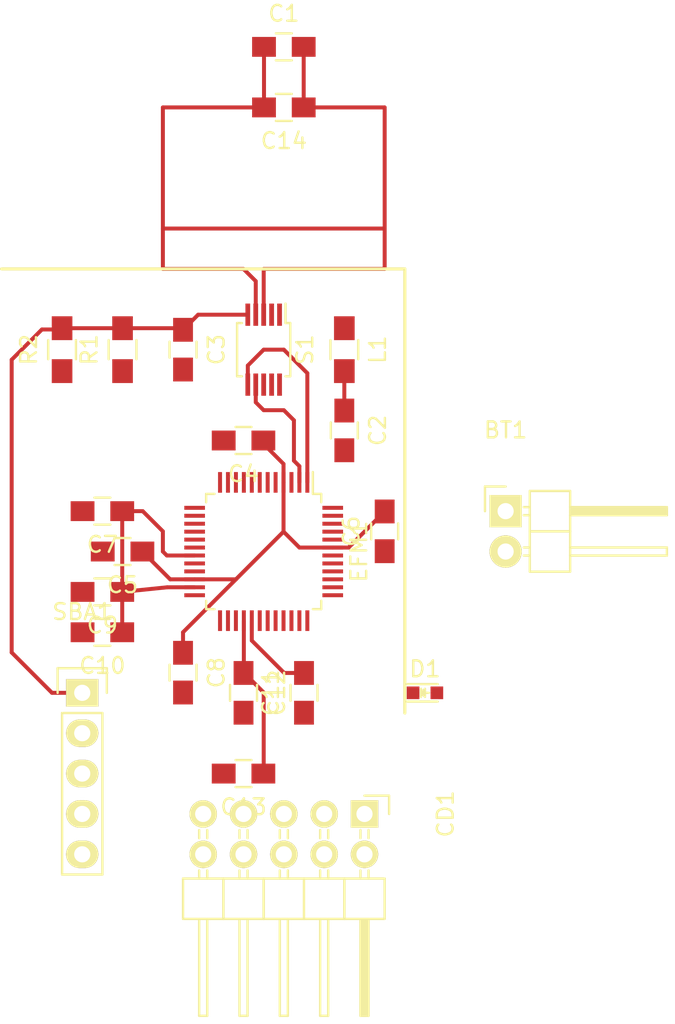
<source format=kicad_pcb>
(kicad_pcb (version 4) (host pcbnew 4.0.4-1.fc25-product)

  (general
    (links 61)
    (no_connects 37)
    (area 135.789999 65.505 178.515001 130.265001)
    (thickness 1.6)
    (drawings 2)
    (tracks 66)
    (zones 0)
    (modules 23)
    (nets 12)
  )

  (page A4)
  (layers
    (0 F.Cu signal)
    (31 B.Cu signal)
    (32 B.Adhes user)
    (33 F.Adhes user)
    (34 B.Paste user)
    (35 F.Paste user)
    (36 B.SilkS user)
    (37 F.SilkS user)
    (38 B.Mask user)
    (39 F.Mask user)
    (40 Dwgs.User user)
    (41 Cmts.User user)
    (42 Eco1.User user)
    (43 Eco2.User user)
    (44 Edge.Cuts user)
    (45 Margin user)
    (46 B.CrtYd user)
    (47 F.CrtYd user)
    (48 B.Fab user)
    (49 F.Fab user)
  )

  (setup
    (last_trace_width 0.25)
    (trace_clearance 0.2)
    (zone_clearance 0.508)
    (zone_45_only no)
    (trace_min 0.2)
    (segment_width 0.2)
    (edge_width 0.15)
    (via_size 0.6)
    (via_drill 0.4)
    (via_min_size 0.4)
    (via_min_drill 0.3)
    (uvia_size 0.3)
    (uvia_drill 0.1)
    (uvias_allowed no)
    (uvia_min_size 0.2)
    (uvia_min_drill 0.1)
    (pcb_text_width 0.3)
    (pcb_text_size 1.5 1.5)
    (mod_edge_width 0.15)
    (mod_text_size 1 1)
    (mod_text_width 0.15)
    (pad_size 1.524 1.524)
    (pad_drill 0.762)
    (pad_to_mask_clearance 0.2)
    (aux_axis_origin 0 0)
    (visible_elements FFFFFF7F)
    (pcbplotparams
      (layerselection 0x00030_80000001)
      (usegerberextensions false)
      (excludeedgelayer true)
      (linewidth 0.100000)
      (plotframeref false)
      (viasonmask false)
      (mode 1)
      (useauxorigin false)
      (hpglpennumber 1)
      (hpglpenspeed 20)
      (hpglpendiameter 15)
      (hpglpenoverlay 2)
      (psnegative false)
      (psa4output false)
      (plotreference true)
      (plotvalue true)
      (plotinvisibletext false)
      (padsonsilk false)
      (subtractmaskfromsilk false)
      (outputformat 1)
      (mirror false)
      (drillshape 1)
      (scaleselection 1)
      (outputdirectory ""))
  )

  (net 0 "")
  (net 1 +3V3)
  (net 2 GND)
  (net 3 "Net-(C1-Pad1)")
  (net 4 "Net-(C11-Pad2)")
  (net 5 /SWDIO)
  (net 6 /SWCLK)
  (net 7 /SWO)
  (net 8 /~RESET)
  (net 9 "Net-(D1-Pad1)")
  (net 10 /SDA)
  (net 11 /SCL)

  (net_class Default "This is the default net class."
    (clearance 0.2)
    (trace_width 0.25)
    (via_dia 0.6)
    (via_drill 0.4)
    (uvia_dia 0.3)
    (uvia_drill 0.1)
    (add_net +3V3)
    (add_net /SCL)
    (add_net /SDA)
    (add_net /SWCLK)
    (add_net /SWDIO)
    (add_net /SWO)
    (add_net /~RESET)
    (add_net GND)
    (add_net "Net-(C1-Pad1)")
    (add_net "Net-(C11-Pad2)")
    (add_net "Net-(D1-Pad1)")
  )

  (module Pin_Headers:Pin_Header_Angled_1x02 (layer F.Cu) (tedit 0) (tstamp 5885980A)
    (at 167.64 97.79)
    (descr "Through hole pin header")
    (tags "pin header")
    (path /5877E2B9)
    (fp_text reference BT1 (at 0 -5.1) (layer F.SilkS)
      (effects (font (size 1 1) (thickness 0.15)))
    )
    (fp_text value CR2032 (at 0 -3.1) (layer F.Fab)
      (effects (font (size 1 1) (thickness 0.15)))
    )
    (fp_line (start -1.5 -1.75) (end -1.5 4.3) (layer F.CrtYd) (width 0.05))
    (fp_line (start 10.65 -1.75) (end 10.65 4.3) (layer F.CrtYd) (width 0.05))
    (fp_line (start -1.5 -1.75) (end 10.65 -1.75) (layer F.CrtYd) (width 0.05))
    (fp_line (start -1.5 4.3) (end 10.65 4.3) (layer F.CrtYd) (width 0.05))
    (fp_line (start -1.3 -1.55) (end -1.3 0) (layer F.SilkS) (width 0.15))
    (fp_line (start 0 -1.55) (end -1.3 -1.55) (layer F.SilkS) (width 0.15))
    (fp_line (start 4.191 -0.127) (end 10.033 -0.127) (layer F.SilkS) (width 0.15))
    (fp_line (start 10.033 -0.127) (end 10.033 0.127) (layer F.SilkS) (width 0.15))
    (fp_line (start 10.033 0.127) (end 4.191 0.127) (layer F.SilkS) (width 0.15))
    (fp_line (start 4.191 0.127) (end 4.191 0) (layer F.SilkS) (width 0.15))
    (fp_line (start 4.191 0) (end 10.033 0) (layer F.SilkS) (width 0.15))
    (fp_line (start 1.524 -0.254) (end 1.143 -0.254) (layer F.SilkS) (width 0.15))
    (fp_line (start 1.524 0.254) (end 1.143 0.254) (layer F.SilkS) (width 0.15))
    (fp_line (start 1.524 2.286) (end 1.143 2.286) (layer F.SilkS) (width 0.15))
    (fp_line (start 1.524 2.794) (end 1.143 2.794) (layer F.SilkS) (width 0.15))
    (fp_line (start 1.524 -1.27) (end 4.064 -1.27) (layer F.SilkS) (width 0.15))
    (fp_line (start 1.524 1.27) (end 4.064 1.27) (layer F.SilkS) (width 0.15))
    (fp_line (start 1.524 1.27) (end 1.524 3.81) (layer F.SilkS) (width 0.15))
    (fp_line (start 1.524 3.81) (end 4.064 3.81) (layer F.SilkS) (width 0.15))
    (fp_line (start 4.064 2.286) (end 10.16 2.286) (layer F.SilkS) (width 0.15))
    (fp_line (start 10.16 2.286) (end 10.16 2.794) (layer F.SilkS) (width 0.15))
    (fp_line (start 10.16 2.794) (end 4.064 2.794) (layer F.SilkS) (width 0.15))
    (fp_line (start 4.064 3.81) (end 4.064 1.27) (layer F.SilkS) (width 0.15))
    (fp_line (start 4.064 1.27) (end 4.064 -1.27) (layer F.SilkS) (width 0.15))
    (fp_line (start 10.16 0.254) (end 4.064 0.254) (layer F.SilkS) (width 0.15))
    (fp_line (start 10.16 -0.254) (end 10.16 0.254) (layer F.SilkS) (width 0.15))
    (fp_line (start 4.064 -0.254) (end 10.16 -0.254) (layer F.SilkS) (width 0.15))
    (fp_line (start 1.524 1.27) (end 4.064 1.27) (layer F.SilkS) (width 0.15))
    (fp_line (start 1.524 -1.27) (end 1.524 1.27) (layer F.SilkS) (width 0.15))
    (pad 1 thru_hole rect (at 0 0) (size 2.032 2.032) (drill 1.016) (layers *.Cu *.Mask F.SilkS)
      (net 1 +3V3))
    (pad 2 thru_hole oval (at 0 2.54) (size 2.032 2.032) (drill 1.016) (layers *.Cu *.Mask F.SilkS)
      (net 2 GND))
    (model Pin_Headers.3dshapes/Pin_Header_Angled_1x02.wrl
      (at (xyz 0 -0.05 0))
      (scale (xyz 1 1 1))
      (rotate (xyz 0 0 90))
    )
  )

  (module Pin_Headers:Pin_Header_Angled_2x05 (layer F.Cu) (tedit 0) (tstamp 5885986C)
    (at 158.75 116.84 270)
    (descr "Through hole pin header")
    (tags "pin header")
    (path /58832D91)
    (fp_text reference CD1 (at 0 -5.1 270) (layer F.SilkS)
      (effects (font (size 1 1) (thickness 0.15)))
    )
    (fp_text value CortexDebug (at 0 -3.1 270) (layer F.Fab)
      (effects (font (size 1 1) (thickness 0.15)))
    )
    (fp_line (start -1.35 -1.75) (end -1.35 11.95) (layer F.CrtYd) (width 0.05))
    (fp_line (start 13.2 -1.75) (end 13.2 11.95) (layer F.CrtYd) (width 0.05))
    (fp_line (start -1.35 -1.75) (end 13.2 -1.75) (layer F.CrtYd) (width 0.05))
    (fp_line (start -1.35 11.95) (end 13.2 11.95) (layer F.CrtYd) (width 0.05))
    (fp_line (start 1.524 10.414) (end 1.016 10.414) (layer F.SilkS) (width 0.15))
    (fp_line (start 1.524 9.906) (end 1.016 9.906) (layer F.SilkS) (width 0.15))
    (fp_line (start 1.524 7.874) (end 1.016 7.874) (layer F.SilkS) (width 0.15))
    (fp_line (start 1.524 7.366) (end 1.016 7.366) (layer F.SilkS) (width 0.15))
    (fp_line (start 1.524 -0.254) (end 1.016 -0.254) (layer F.SilkS) (width 0.15))
    (fp_line (start 1.524 0.254) (end 1.016 0.254) (layer F.SilkS) (width 0.15))
    (fp_line (start 1.524 5.334) (end 1.016 5.334) (layer F.SilkS) (width 0.15))
    (fp_line (start 1.524 4.826) (end 1.016 4.826) (layer F.SilkS) (width 0.15))
    (fp_line (start 1.524 2.794) (end 1.016 2.794) (layer F.SilkS) (width 0.15))
    (fp_line (start 1.524 2.286) (end 1.016 2.286) (layer F.SilkS) (width 0.15))
    (fp_line (start 4.064 10.414) (end 3.556 10.414) (layer F.SilkS) (width 0.15))
    (fp_line (start 4.064 9.906) (end 3.556 9.906) (layer F.SilkS) (width 0.15))
    (fp_line (start 4.064 -0.254) (end 3.556 -0.254) (layer F.SilkS) (width 0.15))
    (fp_line (start 4.064 0.254) (end 3.556 0.254) (layer F.SilkS) (width 0.15))
    (fp_line (start 4.064 2.286) (end 3.556 2.286) (layer F.SilkS) (width 0.15))
    (fp_line (start 4.064 2.794) (end 3.556 2.794) (layer F.SilkS) (width 0.15))
    (fp_line (start 4.064 7.874) (end 3.556 7.874) (layer F.SilkS) (width 0.15))
    (fp_line (start 4.064 7.366) (end 3.556 7.366) (layer F.SilkS) (width 0.15))
    (fp_line (start 4.064 5.334) (end 3.556 5.334) (layer F.SilkS) (width 0.15))
    (fp_line (start 4.064 4.826) (end 3.556 4.826) (layer F.SilkS) (width 0.15))
    (fp_line (start 0 -1.55) (end -1.15 -1.55) (layer F.SilkS) (width 0.15))
    (fp_line (start -1.15 -1.55) (end -1.15 0) (layer F.SilkS) (width 0.15))
    (fp_line (start 6.604 -0.127) (end 12.573 -0.127) (layer F.SilkS) (width 0.15))
    (fp_line (start 12.573 -0.127) (end 12.573 0.127) (layer F.SilkS) (width 0.15))
    (fp_line (start 12.573 0.127) (end 6.731 0.127) (layer F.SilkS) (width 0.15))
    (fp_line (start 6.731 0.127) (end 6.731 0) (layer F.SilkS) (width 0.15))
    (fp_line (start 6.731 0) (end 12.573 0) (layer F.SilkS) (width 0.15))
    (fp_line (start 4.064 8.89) (end 6.604 8.89) (layer F.SilkS) (width 0.15))
    (fp_line (start 4.064 8.89) (end 4.064 11.43) (layer F.SilkS) (width 0.15))
    (fp_line (start 6.604 9.906) (end 12.7 9.906) (layer F.SilkS) (width 0.15))
    (fp_line (start 12.7 9.906) (end 12.7 10.414) (layer F.SilkS) (width 0.15))
    (fp_line (start 12.7 10.414) (end 6.604 10.414) (layer F.SilkS) (width 0.15))
    (fp_line (start 6.604 11.43) (end 6.604 8.89) (layer F.SilkS) (width 0.15))
    (fp_line (start 4.064 11.43) (end 6.604 11.43) (layer F.SilkS) (width 0.15))
    (fp_line (start 4.064 3.81) (end 6.604 3.81) (layer F.SilkS) (width 0.15))
    (fp_line (start 4.064 3.81) (end 4.064 6.35) (layer F.SilkS) (width 0.15))
    (fp_line (start 4.064 6.35) (end 6.604 6.35) (layer F.SilkS) (width 0.15))
    (fp_line (start 6.604 4.826) (end 12.7 4.826) (layer F.SilkS) (width 0.15))
    (fp_line (start 12.7 4.826) (end 12.7 5.334) (layer F.SilkS) (width 0.15))
    (fp_line (start 12.7 5.334) (end 6.604 5.334) (layer F.SilkS) (width 0.15))
    (fp_line (start 6.604 6.35) (end 6.604 3.81) (layer F.SilkS) (width 0.15))
    (fp_line (start 6.604 8.89) (end 6.604 6.35) (layer F.SilkS) (width 0.15))
    (fp_line (start 12.7 7.874) (end 6.604 7.874) (layer F.SilkS) (width 0.15))
    (fp_line (start 12.7 7.366) (end 12.7 7.874) (layer F.SilkS) (width 0.15))
    (fp_line (start 6.604 7.366) (end 12.7 7.366) (layer F.SilkS) (width 0.15))
    (fp_line (start 4.064 8.89) (end 6.604 8.89) (layer F.SilkS) (width 0.15))
    (fp_line (start 4.064 6.35) (end 4.064 8.89) (layer F.SilkS) (width 0.15))
    (fp_line (start 4.064 6.35) (end 6.604 6.35) (layer F.SilkS) (width 0.15))
    (fp_line (start 4.064 1.27) (end 6.604 1.27) (layer F.SilkS) (width 0.15))
    (fp_line (start 4.064 1.27) (end 4.064 3.81) (layer F.SilkS) (width 0.15))
    (fp_line (start 4.064 3.81) (end 6.604 3.81) (layer F.SilkS) (width 0.15))
    (fp_line (start 6.604 2.286) (end 12.7 2.286) (layer F.SilkS) (width 0.15))
    (fp_line (start 12.7 2.286) (end 12.7 2.794) (layer F.SilkS) (width 0.15))
    (fp_line (start 12.7 2.794) (end 6.604 2.794) (layer F.SilkS) (width 0.15))
    (fp_line (start 6.604 3.81) (end 6.604 1.27) (layer F.SilkS) (width 0.15))
    (fp_line (start 6.604 1.27) (end 6.604 -1.27) (layer F.SilkS) (width 0.15))
    (fp_line (start 12.7 0.254) (end 6.604 0.254) (layer F.SilkS) (width 0.15))
    (fp_line (start 12.7 -0.254) (end 12.7 0.254) (layer F.SilkS) (width 0.15))
    (fp_line (start 6.604 -0.254) (end 12.7 -0.254) (layer F.SilkS) (width 0.15))
    (fp_line (start 4.064 1.27) (end 6.604 1.27) (layer F.SilkS) (width 0.15))
    (fp_line (start 4.064 -1.27) (end 4.064 1.27) (layer F.SilkS) (width 0.15))
    (fp_line (start 4.064 -1.27) (end 6.604 -1.27) (layer F.SilkS) (width 0.15))
    (pad 1 thru_hole rect (at 0 0 270) (size 1.7272 1.7272) (drill 1.016) (layers *.Cu *.Mask F.SilkS)
      (net 1 +3V3))
    (pad 2 thru_hole oval (at 2.54 0 270) (size 1.7272 1.7272) (drill 1.016) (layers *.Cu *.Mask F.SilkS)
      (net 5 /SWDIO))
    (pad 3 thru_hole oval (at 0 2.54 270) (size 1.7272 1.7272) (drill 1.016) (layers *.Cu *.Mask F.SilkS)
      (net 2 GND))
    (pad 4 thru_hole oval (at 2.54 2.54 270) (size 1.7272 1.7272) (drill 1.016) (layers *.Cu *.Mask F.SilkS)
      (net 6 /SWCLK))
    (pad 5 thru_hole oval (at 0 5.08 270) (size 1.7272 1.7272) (drill 1.016) (layers *.Cu *.Mask F.SilkS)
      (net 2 GND))
    (pad 6 thru_hole oval (at 2.54 5.08 270) (size 1.7272 1.7272) (drill 1.016) (layers *.Cu *.Mask F.SilkS)
      (net 7 /SWO))
    (pad 7 thru_hole oval (at 0 7.62 270) (size 1.7272 1.7272) (drill 1.016) (layers *.Cu *.Mask F.SilkS))
    (pad 8 thru_hole oval (at 2.54 7.62 270) (size 1.7272 1.7272) (drill 1.016) (layers *.Cu *.Mask F.SilkS))
    (pad 9 thru_hole oval (at 0 10.16 270) (size 1.7272 1.7272) (drill 1.016) (layers *.Cu *.Mask F.SilkS)
      (net 2 GND))
    (pad 10 thru_hole oval (at 2.54 10.16 270) (size 1.7272 1.7272) (drill 1.016) (layers *.Cu *.Mask F.SilkS)
      (net 8 /~RESET))
    (model Pin_Headers.3dshapes/Pin_Header_Angled_2x05.wrl
      (at (xyz 0.05 -0.2 0))
      (scale (xyz 1 1 1))
      (rotate (xyz 0 0 90))
    )
  )

  (module LEDs:LED_0603 (layer F.Cu) (tedit 55BDE255) (tstamp 58859872)
    (at 162.56 109.22)
    (descr "LED 0603 smd package")
    (tags "LED led 0603 SMD smd SMT smt smdled SMDLED smtled SMTLED")
    (path /58792412)
    (attr smd)
    (fp_text reference D1 (at 0 -1.5) (layer F.SilkS)
      (effects (font (size 1 1) (thickness 0.15)))
    )
    (fp_text value LED (at 0 1.5) (layer F.Fab)
      (effects (font (size 1 1) (thickness 0.15)))
    )
    (fp_line (start -1.1 0.55) (end 0.8 0.55) (layer F.SilkS) (width 0.15))
    (fp_line (start -1.1 -0.55) (end 0.8 -0.55) (layer F.SilkS) (width 0.15))
    (fp_line (start -0.2 0) (end 0.25 0) (layer F.SilkS) (width 0.15))
    (fp_line (start -0.25 -0.25) (end -0.25 0.25) (layer F.SilkS) (width 0.15))
    (fp_line (start -0.25 0) (end 0 -0.25) (layer F.SilkS) (width 0.15))
    (fp_line (start 0 -0.25) (end 0 0.25) (layer F.SilkS) (width 0.15))
    (fp_line (start 0 0.25) (end -0.25 0) (layer F.SilkS) (width 0.15))
    (fp_line (start 1.4 -0.75) (end 1.4 0.75) (layer F.CrtYd) (width 0.05))
    (fp_line (start 1.4 0.75) (end -1.4 0.75) (layer F.CrtYd) (width 0.05))
    (fp_line (start -1.4 0.75) (end -1.4 -0.75) (layer F.CrtYd) (width 0.05))
    (fp_line (start -1.4 -0.75) (end 1.4 -0.75) (layer F.CrtYd) (width 0.05))
    (pad 2 smd rect (at 0.7493 0 180) (size 0.79756 0.79756) (layers F.Cu F.Paste F.Mask)
      (net 1 +3V3))
    (pad 1 smd rect (at -0.7493 0 180) (size 0.79756 0.79756) (layers F.Cu F.Paste F.Mask)
      (net 9 "Net-(D1-Pad1)"))
    (model LEDs.3dshapes/LED_0603.wrl
      (at (xyz 0 0 0))
      (scale (xyz 1 1 1))
      (rotate (xyz 0 0 180))
    )
  )

  (module Housings_QFP:TQFP-48_7x7mm_Pitch0.5mm (layer F.Cu) (tedit 54130A77) (tstamp 588598B3)
    (at 152.4 100.33 270)
    (descr "48 LEAD TQFP 7x7mm (see MICREL TQFP7x7-48LD-PL-1.pdf)")
    (tags "QFP 0.5")
    (path /5877E1EF)
    (attr smd)
    (fp_text reference EFM1 (at 0 -6 270) (layer F.SilkS)
      (effects (font (size 1 1) (thickness 0.15)))
    )
    (fp_text value EFM32ZG222 (at 0 6 270) (layer F.Fab)
      (effects (font (size 1 1) (thickness 0.15)))
    )
    (fp_line (start -5.25 -5.25) (end -5.25 5.25) (layer F.CrtYd) (width 0.05))
    (fp_line (start 5.25 -5.25) (end 5.25 5.25) (layer F.CrtYd) (width 0.05))
    (fp_line (start -5.25 -5.25) (end 5.25 -5.25) (layer F.CrtYd) (width 0.05))
    (fp_line (start -5.25 5.25) (end 5.25 5.25) (layer F.CrtYd) (width 0.05))
    (fp_line (start -3.625 -3.625) (end -3.625 -3.1) (layer F.SilkS) (width 0.15))
    (fp_line (start 3.625 -3.625) (end 3.625 -3.1) (layer F.SilkS) (width 0.15))
    (fp_line (start 3.625 3.625) (end 3.625 3.1) (layer F.SilkS) (width 0.15))
    (fp_line (start -3.625 3.625) (end -3.625 3.1) (layer F.SilkS) (width 0.15))
    (fp_line (start -3.625 -3.625) (end -3.1 -3.625) (layer F.SilkS) (width 0.15))
    (fp_line (start -3.625 3.625) (end -3.1 3.625) (layer F.SilkS) (width 0.15))
    (fp_line (start 3.625 3.625) (end 3.1 3.625) (layer F.SilkS) (width 0.15))
    (fp_line (start 3.625 -3.625) (end 3.1 -3.625) (layer F.SilkS) (width 0.15))
    (fp_line (start -3.625 -3.1) (end -5 -3.1) (layer F.SilkS) (width 0.15))
    (pad 1 smd rect (at -4.35 -2.75 270) (size 1.3 0.25) (layers F.Cu F.Paste F.Mask)
      (net 10 /SDA))
    (pad 2 smd rect (at -4.35 -2.25 270) (size 1.3 0.25) (layers F.Cu F.Paste F.Mask)
      (net 11 /SCL))
    (pad 3 smd rect (at -4.35 -1.75 270) (size 1.3 0.25) (layers F.Cu F.Paste F.Mask))
    (pad 4 smd rect (at -4.35 -1.25 270) (size 1.3 0.25) (layers F.Cu F.Paste F.Mask)
      (net 1 +3V3))
    (pad 5 smd rect (at -4.35 -0.75 270) (size 1.3 0.25) (layers F.Cu F.Paste F.Mask)
      (net 2 GND))
    (pad 6 smd rect (at -4.35 -0.25 270) (size 1.3 0.25) (layers F.Cu F.Paste F.Mask))
    (pad 7 smd rect (at -4.35 0.25 270) (size 1.3 0.25) (layers F.Cu F.Paste F.Mask))
    (pad 8 smd rect (at -4.35 0.75 270) (size 1.3 0.25) (layers F.Cu F.Paste F.Mask))
    (pad 9 smd rect (at -4.35 1.25 270) (size 1.3 0.25) (layers F.Cu F.Paste F.Mask))
    (pad 10 smd rect (at -4.35 1.75 270) (size 1.3 0.25) (layers F.Cu F.Paste F.Mask))
    (pad 11 smd rect (at -4.35 2.25 270) (size 1.3 0.25) (layers F.Cu F.Paste F.Mask))
    (pad 12 smd rect (at -4.35 2.75 270) (size 1.3 0.25) (layers F.Cu F.Paste F.Mask))
    (pad 13 smd rect (at -2.75 4.35) (size 1.3 0.25) (layers F.Cu F.Paste F.Mask))
    (pad 14 smd rect (at -2.25 4.35) (size 1.3 0.25) (layers F.Cu F.Paste F.Mask))
    (pad 15 smd rect (at -1.75 4.35) (size 1.3 0.25) (layers F.Cu F.Paste F.Mask))
    (pad 16 smd rect (at -1.25 4.35) (size 1.3 0.25) (layers F.Cu F.Paste F.Mask)
      (net 8 /~RESET))
    (pad 17 smd rect (at -0.75 4.35) (size 1.3 0.25) (layers F.Cu F.Paste F.Mask))
    (pad 18 smd rect (at -0.25 4.35) (size 1.3 0.25) (layers F.Cu F.Paste F.Mask)
      (net 2 GND))
    (pad 19 smd rect (at 0.25 4.35) (size 1.3 0.25) (layers F.Cu F.Paste F.Mask)
      (net 1 +3V3))
    (pad 20 smd rect (at 0.75 4.35) (size 1.3 0.25) (layers F.Cu F.Paste F.Mask))
    (pad 21 smd rect (at 1.25 4.35) (size 1.3 0.25) (layers F.Cu F.Paste F.Mask))
    (pad 22 smd rect (at 1.75 4.35) (size 1.3 0.25) (layers F.Cu F.Paste F.Mask)
      (net 1 +3V3))
    (pad 23 smd rect (at 2.25 4.35) (size 1.3 0.25) (layers F.Cu F.Paste F.Mask)
      (net 1 +3V3))
    (pad 24 smd rect (at 2.75 4.35) (size 1.3 0.25) (layers F.Cu F.Paste F.Mask))
    (pad 25 smd rect (at 4.35 2.75 270) (size 1.3 0.25) (layers F.Cu F.Paste F.Mask))
    (pad 26 smd rect (at 4.35 2.25 270) (size 1.3 0.25) (layers F.Cu F.Paste F.Mask))
    (pad 27 smd rect (at 4.35 1.75 270) (size 1.3 0.25) (layers F.Cu F.Paste F.Mask))
    (pad 28 smd rect (at 4.35 1.25 270) (size 1.3 0.25) (layers F.Cu F.Paste F.Mask)
      (net 1 +3V3))
    (pad 29 smd rect (at 4.35 0.75 270) (size 1.3 0.25) (layers F.Cu F.Paste F.Mask)
      (net 4 "Net-(C11-Pad2)"))
    (pad 30 smd rect (at 4.35 0.25 270) (size 1.3 0.25) (layers F.Cu F.Paste F.Mask))
    (pad 31 smd rect (at 4.35 -0.25 270) (size 1.3 0.25) (layers F.Cu F.Paste F.Mask))
    (pad 32 smd rect (at 4.35 -0.75 270) (size 1.3 0.25) (layers F.Cu F.Paste F.Mask))
    (pad 33 smd rect (at 4.35 -1.25 270) (size 1.3 0.25) (layers F.Cu F.Paste F.Mask))
    (pad 34 smd rect (at 4.35 -1.75 270) (size 1.3 0.25) (layers F.Cu F.Paste F.Mask))
    (pad 35 smd rect (at 4.35 -2.25 270) (size 1.3 0.25) (layers F.Cu F.Paste F.Mask))
    (pad 36 smd rect (at 4.35 -2.75 270) (size 1.3 0.25) (layers F.Cu F.Paste F.Mask))
    (pad 37 smd rect (at 2.75 -4.35) (size 1.3 0.25) (layers F.Cu F.Paste F.Mask)
      (net 6 /SWCLK))
    (pad 38 smd rect (at 2.25 -4.35) (size 1.3 0.25) (layers F.Cu F.Paste F.Mask)
      (net 5 /SWDIO))
    (pad 39 smd rect (at 1.75 -4.35) (size 1.3 0.25) (layers F.Cu F.Paste F.Mask)
      (net 7 /SWO))
    (pad 40 smd rect (at 1.25 -4.35) (size 1.3 0.25) (layers F.Cu F.Paste F.Mask))
    (pad 41 smd rect (at 0.75 -4.35) (size 1.3 0.25) (layers F.Cu F.Paste F.Mask))
    (pad 42 smd rect (at 0.25 -4.35) (size 1.3 0.25) (layers F.Cu F.Paste F.Mask))
    (pad 43 smd rect (at -0.25 -4.35) (size 1.3 0.25) (layers F.Cu F.Paste F.Mask)
      (net 1 +3V3))
    (pad 44 smd rect (at -0.75 -4.35) (size 1.3 0.25) (layers F.Cu F.Paste F.Mask)
      (net 2 GND))
    (pad 45 smd rect (at -1.25 -4.35) (size 1.3 0.25) (layers F.Cu F.Paste F.Mask))
    (pad 46 smd rect (at -1.75 -4.35) (size 1.3 0.25) (layers F.Cu F.Paste F.Mask))
    (pad 47 smd rect (at -2.25 -4.35) (size 1.3 0.25) (layers F.Cu F.Paste F.Mask))
    (pad 48 smd rect (at -2.75 -4.35) (size 1.3 0.25) (layers F.Cu F.Paste F.Mask))
    (model Housings_QFP.3dshapes/TQFP-48_7x7mm_Pitch0.5mm.wrl
      (at (xyz 0 0 0))
      (scale (xyz 1 1 1))
      (rotate (xyz 0 0 0))
    )
  )

  (module Housings_SSOP:MSOP-10_3x3mm_Pitch0.5mm (layer F.Cu) (tedit 54130A77) (tstamp 588598DE)
    (at 152.4 87.63 270)
    (descr "10-Lead Plastic Micro Small Outline Package (MS) [MSOP] (see Microchip Packaging Specification 00000049BS.pdf)")
    (tags "SSOP 0.5")
    (path /5877E5F4)
    (attr smd)
    (fp_text reference S1 (at 0 -2.6 270) (layer F.SilkS)
      (effects (font (size 1 1) (thickness 0.15)))
    )
    (fp_text value Si4012 (at 0 2.6 270) (layer F.Fab)
      (effects (font (size 1 1) (thickness 0.15)))
    )
    (fp_line (start -3.15 -1.85) (end -3.15 1.85) (layer F.CrtYd) (width 0.05))
    (fp_line (start 3.15 -1.85) (end 3.15 1.85) (layer F.CrtYd) (width 0.05))
    (fp_line (start -3.15 -1.85) (end 3.15 -1.85) (layer F.CrtYd) (width 0.05))
    (fp_line (start -3.15 1.85) (end 3.15 1.85) (layer F.CrtYd) (width 0.05))
    (fp_line (start -1.675 -1.675) (end -1.675 -1.375) (layer F.SilkS) (width 0.15))
    (fp_line (start 1.675 -1.675) (end 1.675 -1.375) (layer F.SilkS) (width 0.15))
    (fp_line (start 1.675 1.675) (end 1.675 1.375) (layer F.SilkS) (width 0.15))
    (fp_line (start -1.675 1.675) (end -1.675 1.375) (layer F.SilkS) (width 0.15))
    (fp_line (start -1.675 -1.675) (end 1.675 -1.675) (layer F.SilkS) (width 0.15))
    (fp_line (start -1.675 1.675) (end 1.675 1.675) (layer F.SilkS) (width 0.15))
    (fp_line (start -1.675 -1.375) (end -2.9 -1.375) (layer F.SilkS) (width 0.15))
    (pad 1 smd rect (at -2.2 -1 270) (size 1.4 0.3) (layers F.Cu F.Paste F.Mask))
    (pad 2 smd rect (at -2.2 -0.5 270) (size 1.4 0.3) (layers F.Cu F.Paste F.Mask)
      (net 2 GND))
    (pad 3 smd rect (at -2.2 0 270) (size 1.4 0.3) (layers F.Cu F.Paste F.Mask)
      (net 3 "Net-(C1-Pad1)"))
    (pad 4 smd rect (at -2.2 0.5 270) (size 1.4 0.3) (layers F.Cu F.Paste F.Mask)
      (net 3 "Net-(C1-Pad1)"))
    (pad 5 smd rect (at -2.2 1 270) (size 1.4 0.3) (layers F.Cu F.Paste F.Mask)
      (net 1 +3V3))
    (pad 6 smd rect (at 2.2 1 270) (size 1.4 0.3) (layers F.Cu F.Paste F.Mask)
      (net 10 /SDA))
    (pad 7 smd rect (at 2.2 0.5 270) (size 1.4 0.3) (layers F.Cu F.Paste F.Mask)
      (net 11 /SCL))
    (pad 8 smd rect (at 2.2 0 270) (size 1.4 0.3) (layers F.Cu F.Paste F.Mask))
    (pad 9 smd rect (at 2.2 -0.5 270) (size 1.4 0.3) (layers F.Cu F.Paste F.Mask))
    (pad 10 smd rect (at 2.2 -1 270) (size 1.4 0.3) (layers F.Cu F.Paste F.Mask)
      (net 9 "Net-(D1-Pad1)"))
    (model Housings_SSOP.3dshapes/MSOP-10_3x3mm_Pitch0.5mm.wrl
      (at (xyz 0 0 0))
      (scale (xyz 1 1 1))
      (rotate (xyz 0 0 0))
    )
  )

  (module Pin_Headers:Pin_Header_Straight_1x05 (layer F.Cu) (tedit 54EA0684) (tstamp 588598E7)
    (at 140.97 109.22)
    (descr "Through hole pin header")
    (tags "pin header")
    (path /5879DD92)
    (fp_text reference SBA1 (at 0 -5.1) (layer F.SilkS)
      (effects (font (size 1 1) (thickness 0.15)))
    )
    (fp_text value Si7021-BA (at 0 -3.1) (layer F.Fab)
      (effects (font (size 1 1) (thickness 0.15)))
    )
    (fp_line (start -1.55 0) (end -1.55 -1.55) (layer F.SilkS) (width 0.15))
    (fp_line (start -1.55 -1.55) (end 1.55 -1.55) (layer F.SilkS) (width 0.15))
    (fp_line (start 1.55 -1.55) (end 1.55 0) (layer F.SilkS) (width 0.15))
    (fp_line (start -1.75 -1.75) (end -1.75 11.95) (layer F.CrtYd) (width 0.05))
    (fp_line (start 1.75 -1.75) (end 1.75 11.95) (layer F.CrtYd) (width 0.05))
    (fp_line (start -1.75 -1.75) (end 1.75 -1.75) (layer F.CrtYd) (width 0.05))
    (fp_line (start -1.75 11.95) (end 1.75 11.95) (layer F.CrtYd) (width 0.05))
    (fp_line (start 1.27 1.27) (end 1.27 11.43) (layer F.SilkS) (width 0.15))
    (fp_line (start 1.27 11.43) (end -1.27 11.43) (layer F.SilkS) (width 0.15))
    (fp_line (start -1.27 11.43) (end -1.27 1.27) (layer F.SilkS) (width 0.15))
    (fp_line (start 1.27 1.27) (end -1.27 1.27) (layer F.SilkS) (width 0.15))
    (pad 1 thru_hole rect (at 0 0) (size 2.032 1.7272) (drill 1.016) (layers *.Cu *.Mask F.SilkS)
      (net 1 +3V3))
    (pad 2 thru_hole oval (at 0 2.54) (size 2.032 1.7272) (drill 1.016) (layers *.Cu *.Mask F.SilkS))
    (pad 3 thru_hole oval (at 0 5.08) (size 2.032 1.7272) (drill 1.016) (layers *.Cu *.Mask F.SilkS))
    (pad 4 thru_hole oval (at 0 7.62) (size 2.032 1.7272) (drill 1.016) (layers *.Cu *.Mask F.SilkS)
      (net 11 /SCL))
    (pad 5 thru_hole oval (at 0 10.16) (size 2.032 1.7272) (drill 1.016) (layers *.Cu *.Mask F.SilkS)
      (net 10 /SDA))
    (model Pin_Headers.3dshapes/Pin_Header_Straight_1x05.wrl
      (at (xyz 0 -0.2 0))
      (scale (xyz 1 1 1))
      (rotate (xyz 0 0 90))
    )
  )

  (module Capacitors_SMD:C_0805_HandSoldering (layer F.Cu) (tedit 541A9B8D) (tstamp 58865F19)
    (at 153.67 68.58)
    (descr "Capacitor SMD 0805, hand soldering")
    (tags "capacitor 0805")
    (path /5879225E)
    (attr smd)
    (fp_text reference C1 (at 0 -2.1) (layer F.SilkS)
      (effects (font (size 1 1) (thickness 0.15)))
    )
    (fp_text value 1pF (at 0 2.1) (layer F.Fab)
      (effects (font (size 1 1) (thickness 0.15)))
    )
    (fp_line (start -2.3 -1) (end 2.3 -1) (layer F.CrtYd) (width 0.05))
    (fp_line (start -2.3 1) (end 2.3 1) (layer F.CrtYd) (width 0.05))
    (fp_line (start -2.3 -1) (end -2.3 1) (layer F.CrtYd) (width 0.05))
    (fp_line (start 2.3 -1) (end 2.3 1) (layer F.CrtYd) (width 0.05))
    (fp_line (start 0.5 -0.85) (end -0.5 -0.85) (layer F.SilkS) (width 0.15))
    (fp_line (start -0.5 0.85) (end 0.5 0.85) (layer F.SilkS) (width 0.15))
    (pad 1 smd rect (at -1.25 0) (size 1.5 1.25) (layers F.Cu F.Paste F.Mask)
      (net 3 "Net-(C1-Pad1)"))
    (pad 2 smd rect (at 1.25 0) (size 1.5 1.25) (layers F.Cu F.Paste F.Mask)
      (net 3 "Net-(C1-Pad1)"))
    (model Capacitors_SMD.3dshapes/C_0805_HandSoldering.wrl
      (at (xyz 0 0 0))
      (scale (xyz 1 1 1))
      (rotate (xyz 0 0 0))
    )
  )

  (module Capacitors_SMD:C_0805_HandSoldering (layer F.Cu) (tedit 541A9B8D) (tstamp 58865F1E)
    (at 157.48 92.71 270)
    (descr "Capacitor SMD 0805, hand soldering")
    (tags "capacitor 0805")
    (path /5877E866)
    (attr smd)
    (fp_text reference C2 (at 0 -2.1 270) (layer F.SilkS)
      (effects (font (size 1 1) (thickness 0.15)))
    )
    (fp_text value 0.5pF (at 0 2.1 270) (layer F.Fab)
      (effects (font (size 1 1) (thickness 0.15)))
    )
    (fp_line (start -2.3 -1) (end 2.3 -1) (layer F.CrtYd) (width 0.05))
    (fp_line (start -2.3 1) (end 2.3 1) (layer F.CrtYd) (width 0.05))
    (fp_line (start -2.3 -1) (end -2.3 1) (layer F.CrtYd) (width 0.05))
    (fp_line (start 2.3 -1) (end 2.3 1) (layer F.CrtYd) (width 0.05))
    (fp_line (start 0.5 -0.85) (end -0.5 -0.85) (layer F.SilkS) (width 0.15))
    (fp_line (start -0.5 0.85) (end 0.5 0.85) (layer F.SilkS) (width 0.15))
    (pad 1 smd rect (at -1.25 0 270) (size 1.5 1.25) (layers F.Cu F.Paste F.Mask)
      (net 3 "Net-(C1-Pad1)"))
    (pad 2 smd rect (at 1.25 0 270) (size 1.5 1.25) (layers F.Cu F.Paste F.Mask)
      (net 2 GND))
    (model Capacitors_SMD.3dshapes/C_0805_HandSoldering.wrl
      (at (xyz 0 0 0))
      (scale (xyz 1 1 1))
      (rotate (xyz 0 0 0))
    )
  )

  (module Capacitors_SMD:C_0805_HandSoldering (layer F.Cu) (tedit 541A9B8D) (tstamp 58865F23)
    (at 147.32 87.63 270)
    (descr "Capacitor SMD 0805, hand soldering")
    (tags "capacitor 0805")
    (path /587925C8)
    (attr smd)
    (fp_text reference C3 (at 0 -2.1 270) (layer F.SilkS)
      (effects (font (size 1 1) (thickness 0.15)))
    )
    (fp_text value 1µF (at 0 2.1 270) (layer F.Fab)
      (effects (font (size 1 1) (thickness 0.15)))
    )
    (fp_line (start -2.3 -1) (end 2.3 -1) (layer F.CrtYd) (width 0.05))
    (fp_line (start -2.3 1) (end 2.3 1) (layer F.CrtYd) (width 0.05))
    (fp_line (start -2.3 -1) (end -2.3 1) (layer F.CrtYd) (width 0.05))
    (fp_line (start 2.3 -1) (end 2.3 1) (layer F.CrtYd) (width 0.05))
    (fp_line (start 0.5 -0.85) (end -0.5 -0.85) (layer F.SilkS) (width 0.15))
    (fp_line (start -0.5 0.85) (end 0.5 0.85) (layer F.SilkS) (width 0.15))
    (pad 1 smd rect (at -1.25 0 270) (size 1.5 1.25) (layers F.Cu F.Paste F.Mask)
      (net 1 +3V3))
    (pad 2 smd rect (at 1.25 0 270) (size 1.5 1.25) (layers F.Cu F.Paste F.Mask)
      (net 2 GND))
    (model Capacitors_SMD.3dshapes/C_0805_HandSoldering.wrl
      (at (xyz 0 0 0))
      (scale (xyz 1 1 1))
      (rotate (xyz 0 0 0))
    )
  )

  (module Capacitors_SMD:C_0805_HandSoldering (layer F.Cu) (tedit 541A9B8D) (tstamp 58865F28)
    (at 151.13 93.345 180)
    (descr "Capacitor SMD 0805, hand soldering")
    (tags "capacitor 0805")
    (path /5879D002)
    (attr smd)
    (fp_text reference C4 (at 0 -2.1 180) (layer F.SilkS)
      (effects (font (size 1 1) (thickness 0.15)))
    )
    (fp_text value 0.1µF (at 0 2.1 180) (layer F.Fab)
      (effects (font (size 1 1) (thickness 0.15)))
    )
    (fp_line (start -2.3 -1) (end 2.3 -1) (layer F.CrtYd) (width 0.05))
    (fp_line (start -2.3 1) (end 2.3 1) (layer F.CrtYd) (width 0.05))
    (fp_line (start -2.3 -1) (end -2.3 1) (layer F.CrtYd) (width 0.05))
    (fp_line (start 2.3 -1) (end 2.3 1) (layer F.CrtYd) (width 0.05))
    (fp_line (start 0.5 -0.85) (end -0.5 -0.85) (layer F.SilkS) (width 0.15))
    (fp_line (start -0.5 0.85) (end 0.5 0.85) (layer F.SilkS) (width 0.15))
    (pad 1 smd rect (at -1.25 0 180) (size 1.5 1.25) (layers F.Cu F.Paste F.Mask)
      (net 1 +3V3))
    (pad 2 smd rect (at 1.25 0 180) (size 1.5 1.25) (layers F.Cu F.Paste F.Mask)
      (net 2 GND))
    (model Capacitors_SMD.3dshapes/C_0805_HandSoldering.wrl
      (at (xyz 0 0 0))
      (scale (xyz 1 1 1))
      (rotate (xyz 0 0 0))
    )
  )

  (module Capacitors_SMD:C_0805_HandSoldering (layer F.Cu) (tedit 541A9B8D) (tstamp 58865F2D)
    (at 143.51 100.33 180)
    (descr "Capacitor SMD 0805, hand soldering")
    (tags "capacitor 0805")
    (path /5879D0E8)
    (attr smd)
    (fp_text reference C5 (at 0 -2.1 180) (layer F.SilkS)
      (effects (font (size 1 1) (thickness 0.15)))
    )
    (fp_text value 10µF (at 0 2.1 180) (layer F.Fab)
      (effects (font (size 1 1) (thickness 0.15)))
    )
    (fp_line (start -2.3 -1) (end 2.3 -1) (layer F.CrtYd) (width 0.05))
    (fp_line (start -2.3 1) (end 2.3 1) (layer F.CrtYd) (width 0.05))
    (fp_line (start -2.3 -1) (end -2.3 1) (layer F.CrtYd) (width 0.05))
    (fp_line (start 2.3 -1) (end 2.3 1) (layer F.CrtYd) (width 0.05))
    (fp_line (start 0.5 -0.85) (end -0.5 -0.85) (layer F.SilkS) (width 0.15))
    (fp_line (start -0.5 0.85) (end 0.5 0.85) (layer F.SilkS) (width 0.15))
    (pad 1 smd rect (at -1.25 0 180) (size 1.5 1.25) (layers F.Cu F.Paste F.Mask)
      (net 1 +3V3))
    (pad 2 smd rect (at 1.25 0 180) (size 1.5 1.25) (layers F.Cu F.Paste F.Mask)
      (net 2 GND))
    (model Capacitors_SMD.3dshapes/C_0805_HandSoldering.wrl
      (at (xyz 0 0 0))
      (scale (xyz 1 1 1))
      (rotate (xyz 0 0 0))
    )
  )

  (module Capacitors_SMD:C_0805_HandSoldering (layer F.Cu) (tedit 541A9B8D) (tstamp 58865F32)
    (at 160.02 99.06 90)
    (descr "Capacitor SMD 0805, hand soldering")
    (tags "capacitor 0805")
    (path /5879D061)
    (attr smd)
    (fp_text reference C6 (at 0 -2.1 90) (layer F.SilkS)
      (effects (font (size 1 1) (thickness 0.15)))
    )
    (fp_text value 0.1µF (at 0 2.1 90) (layer F.Fab)
      (effects (font (size 1 1) (thickness 0.15)))
    )
    (fp_line (start -2.3 -1) (end 2.3 -1) (layer F.CrtYd) (width 0.05))
    (fp_line (start -2.3 1) (end 2.3 1) (layer F.CrtYd) (width 0.05))
    (fp_line (start -2.3 -1) (end -2.3 1) (layer F.CrtYd) (width 0.05))
    (fp_line (start 2.3 -1) (end 2.3 1) (layer F.CrtYd) (width 0.05))
    (fp_line (start 0.5 -0.85) (end -0.5 -0.85) (layer F.SilkS) (width 0.15))
    (fp_line (start -0.5 0.85) (end 0.5 0.85) (layer F.SilkS) (width 0.15))
    (pad 1 smd rect (at -1.25 0 90) (size 1.5 1.25) (layers F.Cu F.Paste F.Mask)
      (net 2 GND))
    (pad 2 smd rect (at 1.25 0 90) (size 1.5 1.25) (layers F.Cu F.Paste F.Mask)
      (net 1 +3V3))
    (model Capacitors_SMD.3dshapes/C_0805_HandSoldering.wrl
      (at (xyz 0 0 0))
      (scale (xyz 1 1 1))
      (rotate (xyz 0 0 0))
    )
  )

  (module Capacitors_SMD:C_0805_HandSoldering (layer F.Cu) (tedit 541A9B8D) (tstamp 58865F37)
    (at 142.24 97.79 180)
    (descr "Capacitor SMD 0805, hand soldering")
    (tags "capacitor 0805")
    (path /58793E0D)
    (attr smd)
    (fp_text reference C7 (at 0 -2.1 180) (layer F.SilkS)
      (effects (font (size 1 1) (thickness 0.15)))
    )
    (fp_text value 10nF (at 0 2.1 180) (layer F.Fab)
      (effects (font (size 1 1) (thickness 0.15)))
    )
    (fp_line (start -2.3 -1) (end 2.3 -1) (layer F.CrtYd) (width 0.05))
    (fp_line (start -2.3 1) (end 2.3 1) (layer F.CrtYd) (width 0.05))
    (fp_line (start -2.3 -1) (end -2.3 1) (layer F.CrtYd) (width 0.05))
    (fp_line (start 2.3 -1) (end 2.3 1) (layer F.CrtYd) (width 0.05))
    (fp_line (start 0.5 -0.85) (end -0.5 -0.85) (layer F.SilkS) (width 0.15))
    (fp_line (start -0.5 0.85) (end 0.5 0.85) (layer F.SilkS) (width 0.15))
    (pad 1 smd rect (at -1.25 0 180) (size 1.5 1.25) (layers F.Cu F.Paste F.Mask)
      (net 1 +3V3))
    (pad 2 smd rect (at 1.25 0 180) (size 1.5 1.25) (layers F.Cu F.Paste F.Mask)
      (net 2 GND))
    (model Capacitors_SMD.3dshapes/C_0805_HandSoldering.wrl
      (at (xyz 0 0 0))
      (scale (xyz 1 1 1))
      (rotate (xyz 0 0 0))
    )
  )

  (module Capacitors_SMD:C_0805_HandSoldering (layer F.Cu) (tedit 541A9B8D) (tstamp 58865F3C)
    (at 147.32 107.95 270)
    (descr "Capacitor SMD 0805, hand soldering")
    (tags "capacitor 0805")
    (path /58794495)
    (attr smd)
    (fp_text reference C8 (at 0 -2.1 270) (layer F.SilkS)
      (effects (font (size 1 1) (thickness 0.15)))
    )
    (fp_text value 0.1µF (at 0 2.1 270) (layer F.Fab)
      (effects (font (size 1 1) (thickness 0.15)))
    )
    (fp_line (start -2.3 -1) (end 2.3 -1) (layer F.CrtYd) (width 0.05))
    (fp_line (start -2.3 1) (end 2.3 1) (layer F.CrtYd) (width 0.05))
    (fp_line (start -2.3 -1) (end -2.3 1) (layer F.CrtYd) (width 0.05))
    (fp_line (start 2.3 -1) (end 2.3 1) (layer F.CrtYd) (width 0.05))
    (fp_line (start 0.5 -0.85) (end -0.5 -0.85) (layer F.SilkS) (width 0.15))
    (fp_line (start -0.5 0.85) (end 0.5 0.85) (layer F.SilkS) (width 0.15))
    (pad 1 smd rect (at -1.25 0 270) (size 1.5 1.25) (layers F.Cu F.Paste F.Mask)
      (net 1 +3V3))
    (pad 2 smd rect (at 1.25 0 270) (size 1.5 1.25) (layers F.Cu F.Paste F.Mask)
      (net 2 GND))
    (model Capacitors_SMD.3dshapes/C_0805_HandSoldering.wrl
      (at (xyz 0 0 0))
      (scale (xyz 1 1 1))
      (rotate (xyz 0 0 0))
    )
  )

  (module Capacitors_SMD:C_0805_HandSoldering (layer F.Cu) (tedit 541A9B8D) (tstamp 58865F41)
    (at 142.24 102.87 180)
    (descr "Capacitor SMD 0805, hand soldering")
    (tags "capacitor 0805")
    (path /58793DD8)
    (attr smd)
    (fp_text reference C9 (at 0 -2.1 180) (layer F.SilkS)
      (effects (font (size 1 1) (thickness 0.15)))
    )
    (fp_text value 10nF (at 0 2.1 180) (layer F.Fab)
      (effects (font (size 1 1) (thickness 0.15)))
    )
    (fp_line (start -2.3 -1) (end 2.3 -1) (layer F.CrtYd) (width 0.05))
    (fp_line (start -2.3 1) (end 2.3 1) (layer F.CrtYd) (width 0.05))
    (fp_line (start -2.3 -1) (end -2.3 1) (layer F.CrtYd) (width 0.05))
    (fp_line (start 2.3 -1) (end 2.3 1) (layer F.CrtYd) (width 0.05))
    (fp_line (start 0.5 -0.85) (end -0.5 -0.85) (layer F.SilkS) (width 0.15))
    (fp_line (start -0.5 0.85) (end 0.5 0.85) (layer F.SilkS) (width 0.15))
    (pad 1 smd rect (at -1.25 0 180) (size 1.5 1.25) (layers F.Cu F.Paste F.Mask)
      (net 1 +3V3))
    (pad 2 smd rect (at 1.25 0 180) (size 1.5 1.25) (layers F.Cu F.Paste F.Mask)
      (net 2 GND))
    (model Capacitors_SMD.3dshapes/C_0805_HandSoldering.wrl
      (at (xyz 0 0 0))
      (scale (xyz 1 1 1))
      (rotate (xyz 0 0 0))
    )
  )

  (module Capacitors_SMD:C_0805_HandSoldering (layer F.Cu) (tedit 541A9B8D) (tstamp 58865F46)
    (at 142.24 105.41 180)
    (descr "Capacitor SMD 0805, hand soldering")
    (tags "capacitor 0805")
    (path /58793E48)
    (attr smd)
    (fp_text reference C10 (at 0 -2.1 180) (layer F.SilkS)
      (effects (font (size 1 1) (thickness 0.15)))
    )
    (fp_text value 10µF (at 0 2.1 180) (layer F.Fab)
      (effects (font (size 1 1) (thickness 0.15)))
    )
    (fp_line (start -2.3 -1) (end 2.3 -1) (layer F.CrtYd) (width 0.05))
    (fp_line (start -2.3 1) (end 2.3 1) (layer F.CrtYd) (width 0.05))
    (fp_line (start -2.3 -1) (end -2.3 1) (layer F.CrtYd) (width 0.05))
    (fp_line (start 2.3 -1) (end 2.3 1) (layer F.CrtYd) (width 0.05))
    (fp_line (start 0.5 -0.85) (end -0.5 -0.85) (layer F.SilkS) (width 0.15))
    (fp_line (start -0.5 0.85) (end 0.5 0.85) (layer F.SilkS) (width 0.15))
    (pad 1 smd rect (at -1.25 0 180) (size 1.5 1.25) (layers F.Cu F.Paste F.Mask)
      (net 1 +3V3))
    (pad 2 smd rect (at 1.25 0 180) (size 1.5 1.25) (layers F.Cu F.Paste F.Mask)
      (net 2 GND))
    (model Capacitors_SMD.3dshapes/C_0805_HandSoldering.wrl
      (at (xyz 0 0 0))
      (scale (xyz 1 1 1))
      (rotate (xyz 0 0 0))
    )
  )

  (module Capacitors_SMD:C_0805_HandSoldering (layer F.Cu) (tedit 541A9B8D) (tstamp 58865F4B)
    (at 154.94 109.22 90)
    (descr "Capacitor SMD 0805, hand soldering")
    (tags "capacitor 0805")
    (path /58793B7A)
    (attr smd)
    (fp_text reference C11 (at 0 -2.1 90) (layer F.SilkS)
      (effects (font (size 1 1) (thickness 0.15)))
    )
    (fp_text value 1µF (at 0 2.1 90) (layer F.Fab)
      (effects (font (size 1 1) (thickness 0.15)))
    )
    (fp_line (start -2.3 -1) (end 2.3 -1) (layer F.CrtYd) (width 0.05))
    (fp_line (start -2.3 1) (end 2.3 1) (layer F.CrtYd) (width 0.05))
    (fp_line (start -2.3 -1) (end -2.3 1) (layer F.CrtYd) (width 0.05))
    (fp_line (start 2.3 -1) (end 2.3 1) (layer F.CrtYd) (width 0.05))
    (fp_line (start 0.5 -0.85) (end -0.5 -0.85) (layer F.SilkS) (width 0.15))
    (fp_line (start -0.5 0.85) (end 0.5 0.85) (layer F.SilkS) (width 0.15))
    (pad 1 smd rect (at -1.25 0 90) (size 1.5 1.25) (layers F.Cu F.Paste F.Mask)
      (net 2 GND))
    (pad 2 smd rect (at 1.25 0 90) (size 1.5 1.25) (layers F.Cu F.Paste F.Mask)
      (net 4 "Net-(C11-Pad2)"))
    (model Capacitors_SMD.3dshapes/C_0805_HandSoldering.wrl
      (at (xyz 0 0 0))
      (scale (xyz 1 1 1))
      (rotate (xyz 0 0 0))
    )
  )

  (module Capacitors_SMD:C_0805_HandSoldering (layer F.Cu) (tedit 541A9B8D) (tstamp 58865F50)
    (at 151.13 109.22 270)
    (descr "Capacitor SMD 0805, hand soldering")
    (tags "capacitor 0805")
    (path /58793969)
    (attr smd)
    (fp_text reference C12 (at 0 -2.1 270) (layer F.SilkS)
      (effects (font (size 1 1) (thickness 0.15)))
    )
    (fp_text value 0.1µF (at 0 2.1 270) (layer F.Fab)
      (effects (font (size 1 1) (thickness 0.15)))
    )
    (fp_line (start -2.3 -1) (end 2.3 -1) (layer F.CrtYd) (width 0.05))
    (fp_line (start -2.3 1) (end 2.3 1) (layer F.CrtYd) (width 0.05))
    (fp_line (start -2.3 -1) (end -2.3 1) (layer F.CrtYd) (width 0.05))
    (fp_line (start 2.3 -1) (end 2.3 1) (layer F.CrtYd) (width 0.05))
    (fp_line (start 0.5 -0.85) (end -0.5 -0.85) (layer F.SilkS) (width 0.15))
    (fp_line (start -0.5 0.85) (end 0.5 0.85) (layer F.SilkS) (width 0.15))
    (pad 1 smd rect (at -1.25 0 270) (size 1.5 1.25) (layers F.Cu F.Paste F.Mask)
      (net 1 +3V3))
    (pad 2 smd rect (at 1.25 0 270) (size 1.5 1.25) (layers F.Cu F.Paste F.Mask)
      (net 2 GND))
    (model Capacitors_SMD.3dshapes/C_0805_HandSoldering.wrl
      (at (xyz 0 0 0))
      (scale (xyz 1 1 1))
      (rotate (xyz 0 0 0))
    )
  )

  (module Capacitors_SMD:C_0805_HandSoldering (layer F.Cu) (tedit 541A9B8D) (tstamp 58865F55)
    (at 151.13 114.3 180)
    (descr "Capacitor SMD 0805, hand soldering")
    (tags "capacitor 0805")
    (path /587939B0)
    (attr smd)
    (fp_text reference C13 (at 0 -2.1 180) (layer F.SilkS)
      (effects (font (size 1 1) (thickness 0.15)))
    )
    (fp_text value 10µF (at 0 2.1 180) (layer F.Fab)
      (effects (font (size 1 1) (thickness 0.15)))
    )
    (fp_line (start -2.3 -1) (end 2.3 -1) (layer F.CrtYd) (width 0.05))
    (fp_line (start -2.3 1) (end 2.3 1) (layer F.CrtYd) (width 0.05))
    (fp_line (start -2.3 -1) (end -2.3 1) (layer F.CrtYd) (width 0.05))
    (fp_line (start 2.3 -1) (end 2.3 1) (layer F.CrtYd) (width 0.05))
    (fp_line (start 0.5 -0.85) (end -0.5 -0.85) (layer F.SilkS) (width 0.15))
    (fp_line (start -0.5 0.85) (end 0.5 0.85) (layer F.SilkS) (width 0.15))
    (pad 1 smd rect (at -1.25 0 180) (size 1.5 1.25) (layers F.Cu F.Paste F.Mask)
      (net 1 +3V3))
    (pad 2 smd rect (at 1.25 0 180) (size 1.5 1.25) (layers F.Cu F.Paste F.Mask)
      (net 2 GND))
    (model Capacitors_SMD.3dshapes/C_0805_HandSoldering.wrl
      (at (xyz 0 0 0))
      (scale (xyz 1 1 1))
      (rotate (xyz 0 0 0))
    )
  )

  (module Capacitors_SMD:C_0805_HandSoldering (layer F.Cu) (tedit 541A9B8D) (tstamp 58865F5A)
    (at 153.67 72.39 180)
    (descr "Capacitor SMD 0805, hand soldering")
    (tags "capacitor 0805")
    (path /58850DBC)
    (attr smd)
    (fp_text reference C14 (at 0 -2.1 180) (layer F.SilkS)
      (effects (font (size 1 1) (thickness 0.15)))
    )
    (fp_text value 1pF (at 0 2.1 180) (layer F.Fab)
      (effects (font (size 1 1) (thickness 0.15)))
    )
    (fp_line (start -2.3 -1) (end 2.3 -1) (layer F.CrtYd) (width 0.05))
    (fp_line (start -2.3 1) (end 2.3 1) (layer F.CrtYd) (width 0.05))
    (fp_line (start -2.3 -1) (end -2.3 1) (layer F.CrtYd) (width 0.05))
    (fp_line (start 2.3 -1) (end 2.3 1) (layer F.CrtYd) (width 0.05))
    (fp_line (start 0.5 -0.85) (end -0.5 -0.85) (layer F.SilkS) (width 0.15))
    (fp_line (start -0.5 0.85) (end 0.5 0.85) (layer F.SilkS) (width 0.15))
    (pad 1 smd rect (at -1.25 0 180) (size 1.5 1.25) (layers F.Cu F.Paste F.Mask)
      (net 3 "Net-(C1-Pad1)"))
    (pad 2 smd rect (at 1.25 0 180) (size 1.5 1.25) (layers F.Cu F.Paste F.Mask)
      (net 3 "Net-(C1-Pad1)"))
    (model Capacitors_SMD.3dshapes/C_0805_HandSoldering.wrl
      (at (xyz 0 0 0))
      (scale (xyz 1 1 1))
      (rotate (xyz 0 0 0))
    )
  )

  (module Resistors_SMD:R_0805_HandSoldering (layer F.Cu) (tedit 54189DEE) (tstamp 58865F5F)
    (at 143.51 87.63 90)
    (descr "Resistor SMD 0805, hand soldering")
    (tags "resistor 0805")
    (path /5877E356)
    (attr smd)
    (fp_text reference R1 (at 0 -2.1 90) (layer F.SilkS)
      (effects (font (size 1 1) (thickness 0.15)))
    )
    (fp_text value 10k (at 0 2.1 90) (layer F.Fab)
      (effects (font (size 1 1) (thickness 0.15)))
    )
    (fp_line (start -2.4 -1) (end 2.4 -1) (layer F.CrtYd) (width 0.05))
    (fp_line (start -2.4 1) (end 2.4 1) (layer F.CrtYd) (width 0.05))
    (fp_line (start -2.4 -1) (end -2.4 1) (layer F.CrtYd) (width 0.05))
    (fp_line (start 2.4 -1) (end 2.4 1) (layer F.CrtYd) (width 0.05))
    (fp_line (start 0.6 0.875) (end -0.6 0.875) (layer F.SilkS) (width 0.15))
    (fp_line (start -0.6 -0.875) (end 0.6 -0.875) (layer F.SilkS) (width 0.15))
    (pad 1 smd rect (at -1.35 0 90) (size 1.5 1.3) (layers F.Cu F.Paste F.Mask)
      (net 10 /SDA))
    (pad 2 smd rect (at 1.35 0 90) (size 1.5 1.3) (layers F.Cu F.Paste F.Mask)
      (net 1 +3V3))
    (model Resistors_SMD.3dshapes/R_0805_HandSoldering.wrl
      (at (xyz 0 0 0))
      (scale (xyz 1 1 1))
      (rotate (xyz 0 0 0))
    )
  )

  (module Resistors_SMD:R_0805_HandSoldering (layer F.Cu) (tedit 54189DEE) (tstamp 58865F64)
    (at 139.7 87.63 90)
    (descr "Resistor SMD 0805, hand soldering")
    (tags "resistor 0805")
    (path /5877E3A1)
    (attr smd)
    (fp_text reference R2 (at 0 -2.1 90) (layer F.SilkS)
      (effects (font (size 1 1) (thickness 0.15)))
    )
    (fp_text value 10k (at 0 2.1 90) (layer F.Fab)
      (effects (font (size 1 1) (thickness 0.15)))
    )
    (fp_line (start -2.4 -1) (end 2.4 -1) (layer F.CrtYd) (width 0.05))
    (fp_line (start -2.4 1) (end 2.4 1) (layer F.CrtYd) (width 0.05))
    (fp_line (start -2.4 -1) (end -2.4 1) (layer F.CrtYd) (width 0.05))
    (fp_line (start 2.4 -1) (end 2.4 1) (layer F.CrtYd) (width 0.05))
    (fp_line (start 0.6 0.875) (end -0.6 0.875) (layer F.SilkS) (width 0.15))
    (fp_line (start -0.6 -0.875) (end 0.6 -0.875) (layer F.SilkS) (width 0.15))
    (pad 1 smd rect (at -1.35 0 90) (size 1.5 1.3) (layers F.Cu F.Paste F.Mask)
      (net 11 /SCL))
    (pad 2 smd rect (at 1.35 0 90) (size 1.5 1.3) (layers F.Cu F.Paste F.Mask)
      (net 1 +3V3))
    (model Resistors_SMD.3dshapes/R_0805_HandSoldering.wrl
      (at (xyz 0 0 0))
      (scale (xyz 1 1 1))
      (rotate (xyz 0 0 0))
    )
  )

  (module Resistors_SMD:R_0805_HandSoldering (layer F.Cu) (tedit 54189DEE) (tstamp 588660AC)
    (at 157.48 87.63 270)
    (descr "Resistor SMD 0805, hand soldering")
    (tags "resistor 0805")
    (path /5877E7F3)
    (attr smd)
    (fp_text reference L1 (at 0 -2.1 270) (layer F.SilkS)
      (effects (font (size 1 1) (thickness 0.15)))
    )
    (fp_text value 220nH (at 0 2.1 270) (layer F.Fab)
      (effects (font (size 1 1) (thickness 0.15)))
    )
    (fp_line (start -2.4 -1) (end 2.4 -1) (layer F.CrtYd) (width 0.05))
    (fp_line (start -2.4 1) (end 2.4 1) (layer F.CrtYd) (width 0.05))
    (fp_line (start -2.4 -1) (end -2.4 1) (layer F.CrtYd) (width 0.05))
    (fp_line (start 2.4 -1) (end 2.4 1) (layer F.CrtYd) (width 0.05))
    (fp_line (start 0.6 0.875) (end -0.6 0.875) (layer F.SilkS) (width 0.15))
    (fp_line (start -0.6 -0.875) (end 0.6 -0.875) (layer F.SilkS) (width 0.15))
    (pad 1 smd rect (at -1.35 0 270) (size 1.5 1.3) (layers F.Cu F.Paste F.Mask)
      (net 1 +3V3))
    (pad 2 smd rect (at 1.35 0 270) (size 1.5 1.3) (layers F.Cu F.Paste F.Mask)
      (net 3 "Net-(C1-Pad1)"))
    (model Resistors_SMD.3dshapes/R_0805_HandSoldering.wrl
      (at (xyz 0 0 0))
      (scale (xyz 1 1 1))
      (rotate (xyz 0 0 0))
    )
  )

  (gr_line (start 161.29 82.55) (end 161.29 110.49) (angle 90) (layer F.SilkS) (width 0.2))
  (gr_line (start 135.89 82.55) (end 161.29 82.55) (angle 90) (layer F.SilkS) (width 0.2))

  (segment (start 151.4 85.43) (end 148.27 85.43) (width 0.25) (layer F.Cu) (net 1) (status 400000))
  (segment (start 148.27 85.43) (end 147.42 86.28) (width 0.25) (layer F.Cu) (net 1) (tstamp 5887A7E3) (status 800000))
  (segment (start 147.42 86.28) (end 139.7 86.28) (width 0.25) (layer F.Cu) (net 1) (tstamp 5887A7E5) (status C00000))
  (segment (start 139.7 86.28) (end 139.62 86.36) (width 0.25) (layer F.Cu) (net 1) (tstamp 5887A7EB) (status C00000))
  (segment (start 139.62 86.36) (end 138.43 86.36) (width 0.25) (layer F.Cu) (net 1) (tstamp 5887A7ED) (status 400000))
  (segment (start 138.43 86.36) (end 136.525 88.265) (width 0.25) (layer F.Cu) (net 1) (tstamp 5887A7F0))
  (segment (start 136.525 88.265) (end 136.525 106.68) (width 0.25) (layer F.Cu) (net 1) (tstamp 5887A7F4))
  (segment (start 136.525 106.68) (end 139.065 109.22) (width 0.25) (layer F.Cu) (net 1) (tstamp 5887A801))
  (segment (start 139.065 109.22) (end 140.97 109.22) (width 0.25) (layer F.Cu) (net 1) (tstamp 5887A804) (status 800000))
  (segment (start 153.65 95.98) (end 153.65 94.819998) (width 0.25) (layer F.Cu) (net 1) (status 400000))
  (segment (start 153.65 94.819998) (end 152.38 93.549998) (width 0.25) (layer F.Cu) (net 1) (tstamp 5887A79E) (status 800000))
  (segment (start 152.38 93.549998) (end 152.38 93.345) (width 0.25) (layer F.Cu) (net 1) (tstamp 5887A7A0) (status C00000))
  (segment (start 156.75 100.08) (end 157.75 100.08) (width 0.25) (layer F.Cu) (net 1))
  (segment (start 157.75 100.08) (end 160.02 97.81) (width 0.25) (layer F.Cu) (net 1) (tstamp 5887A3DA))
  (segment (start 156.75 100.08) (end 154.65 100.08) (width 0.25) (layer F.Cu) (net 1))
  (segment (start 154.65 100.08) (end 153.65 99.08) (width 0.25) (layer F.Cu) (net 1) (tstamp 5887A3D2))
  (segment (start 148.05 100.58) (end 146.3 100.58) (width 0.25) (layer F.Cu) (net 1))
  (segment (start 144.78 97.79) (end 143.49 97.79) (width 0.25) (layer F.Cu) (net 1) (tstamp 5887A389))
  (segment (start 146.05 99.06) (end 144.78 97.79) (width 0.25) (layer F.Cu) (net 1) (tstamp 5887A384))
  (segment (start 146.05 100.33) (end 146.05 99.06) (width 0.25) (layer F.Cu) (net 1) (tstamp 5887A37E))
  (segment (start 146.3 100.58) (end 146.05 100.33) (width 0.25) (layer F.Cu) (net 1) (tstamp 5887A372))
  (segment (start 150.65 102.08) (end 147.32 105.41) (width 0.25) (layer F.Cu) (net 1))
  (segment (start 147.32 105.41) (end 147.32 106.7) (width 0.25) (layer F.Cu) (net 1) (tstamp 5887A35B))
  (segment (start 148.05 102.08) (end 146.51 102.08) (width 0.25) (layer F.Cu) (net 1))
  (segment (start 146.51 102.08) (end 144.76 100.33) (width 0.25) (layer F.Cu) (net 1) (tstamp 5887A348))
  (segment (start 153.65 95.98) (end 153.65 99.08) (width 0.25) (layer F.Cu) (net 1))
  (segment (start 150.65 102.08) (end 148.05 102.08) (width 0.25) (layer F.Cu) (net 1) (tstamp 5887A33E))
  (segment (start 153.65 99.08) (end 150.65 102.08) (width 0.25) (layer F.Cu) (net 1) (tstamp 5887A32D))
  (segment (start 151.15 104.68) (end 151.15 107.95) (width 0.25) (layer F.Cu) (net 1))
  (segment (start 151.15 107.95) (end 152.4 109.2) (width 0.25) (layer F.Cu) (net 1) (tstamp 5887A271))
  (segment (start 152.4 109.2) (end 152.4 114.28) (width 0.25) (layer F.Cu) (net 1) (tstamp 5887A272))
  (segment (start 152.4 114.28) (end 152.38 114.3) (width 0.25) (layer F.Cu) (net 1) (tstamp 5887A278))
  (segment (start 143.49 102.87) (end 143.49 105.41) (width 0.25) (layer F.Cu) (net 1))
  (segment (start 143.49 97.79) (end 143.49 102.87) (width 0.25) (layer F.Cu) (net 1) (status 10))
  (segment (start 148.05 102.58) (end 146.32 102.58) (width 0.25) (layer F.Cu) (net 1))
  (segment (start 146.32 102.58) (end 143.49 102.87) (width 0.25) (layer F.Cu) (net 1) (tstamp 5887A007) (status 20))
  (segment (start 146.05 80.01) (end 160.02 80.01) (width 0.25) (layer F.Cu) (net 3))
  (segment (start 152.42 68.58) (end 152.42 72.39) (width 0.25) (layer F.Cu) (net 3))
  (segment (start 152.42 72.39) (end 146.05 72.39) (width 0.25) (layer F.Cu) (net 3) (tstamp 5887A5C9))
  (segment (start 146.05 72.39) (end 146.05 80.01) (width 0.25) (layer F.Cu) (net 3) (tstamp 5887A5CA))
  (segment (start 146.05 80.01) (end 146.05 82.55) (width 0.25) (layer F.Cu) (net 3) (tstamp 5887A5D2))
  (segment (start 146.05 82.55) (end 151.13 82.55) (width 0.25) (layer F.Cu) (net 3) (tstamp 5887A5CB))
  (segment (start 151.13 82.55) (end 151.9 83.32) (width 0.25) (layer F.Cu) (net 3) (tstamp 5887A5CC))
  (segment (start 151.9 83.32) (end 151.9 85.43) (width 0.25) (layer F.Cu) (net 3) (tstamp 5887A5CD))
  (segment (start 152.4 85.43) (end 152.4 82.55) (width 0.25) (layer F.Cu) (net 3))
  (segment (start 152.4 82.55) (end 160.02 82.55) (width 0.25) (layer F.Cu) (net 3) (tstamp 5887A5C3))
  (segment (start 160.02 82.55) (end 160.02 80.01) (width 0.25) (layer F.Cu) (net 3) (tstamp 5887A5C4))
  (segment (start 160.02 72.39) (end 154.92 72.39) (width 0.25) (layer F.Cu) (net 3) (tstamp 5887A5C5))
  (segment (start 160.02 80.01) (end 160.02 72.39) (width 0.25) (layer F.Cu) (net 3) (tstamp 5887A5D6))
  (segment (start 154.92 72.39) (end 154.92 68.58) (width 0.25) (layer F.Cu) (net 3) (tstamp 5887A5C6))
  (segment (start 157.48 88.98) (end 157.48 91.46) (width 0.25) (layer F.Cu) (net 3))
  (segment (start 151.65 104.68) (end 151.65 105.93) (width 0.25) (layer F.Cu) (net 4))
  (segment (start 153.69 107.97) (end 154.94 107.97) (width 0.25) (layer F.Cu) (net 4) (tstamp 5887A405))
  (segment (start 151.65 105.93) (end 153.69 107.97) (width 0.25) (layer F.Cu) (net 4) (tstamp 5887A400))
  (segment (start 155.15 95.98) (end 155.15 89.11) (width 0.25) (layer F.Cu) (net 10))
  (segment (start 151.4 88.63) (end 151.4 89.83) (width 0.25) (layer F.Cu) (net 10) (tstamp 5887A6BB))
  (segment (start 152.4 87.63) (end 151.4 88.63) (width 0.25) (layer F.Cu) (net 10) (tstamp 5887A6B7))
  (segment (start 153.67 87.63) (end 152.4 87.63) (width 0.25) (layer F.Cu) (net 10) (tstamp 5887A6B1))
  (segment (start 155.15 89.11) (end 153.67 87.63) (width 0.25) (layer F.Cu) (net 10) (tstamp 5887A6A1))
  (segment (start 154.65 95.98) (end 154.65 94.96) (width 0.25) (layer F.Cu) (net 11))
  (segment (start 151.9 90.94) (end 151.9 89.83) (width 0.25) (layer F.Cu) (net 11) (tstamp 5887A775))
  (segment (start 152.4 91.44) (end 151.9 90.94) (width 0.25) (layer F.Cu) (net 11) (tstamp 5887A772))
  (segment (start 153.67 91.44) (end 152.4 91.44) (width 0.25) (layer F.Cu) (net 11) (tstamp 5887A770))
  (segment (start 154.305 92.075) (end 153.67 91.44) (width 0.25) (layer F.Cu) (net 11) (tstamp 5887A76B))
  (segment (start 154.305 94.615) (end 154.305 92.075) (width 0.25) (layer F.Cu) (net 11) (tstamp 5887A768))
  (segment (start 154.65 94.96) (end 154.305 94.615) (width 0.25) (layer F.Cu) (net 11) (tstamp 5887A765))

)

</source>
